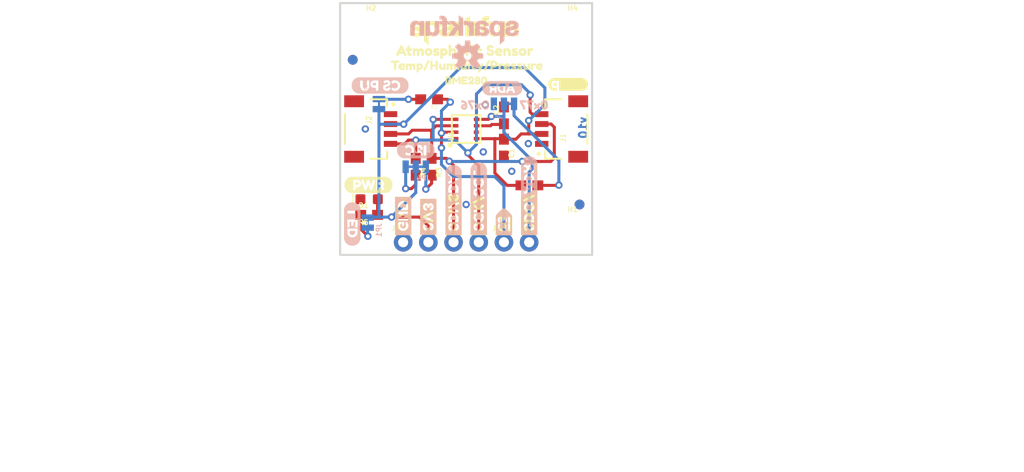
<source format=kicad_pcb>
(kicad_pcb (version 20211014) (generator pcbnew)
  (layers (0 "F.Cu" signal) (31 "B.Cu" signal) (34 "B.Paste" user) (35 "F.Paste" user) (36 "B.SilkS" user "B.Silkscreen") (37 "F.SilkS" user "F.Silkscreen") (38 "B.Mask" user) (39 "F.Mask" user) (44 "Edge.Cuts" user))
  (net 0 "")
  (net 1 "GND")
  (net 2 "SCK/SCL")
  (net 3 "SDI/SDA")
  (net 4 "3.3V")
  (net 5 "N$4")
  (net 6 "N$5")
  (net 7 "SDO/ADR")
  (net 8 "~{CS}")
  (net 9 "N$6")
  (net 10 "N$2")
  (net 11 "N$3")
  (net 12 "N$7")
  (footprint "boardEagle:0603" (layer "F.Cu") (at 152.3111 106.8832 -90)
    (fp_text reference "C1" (at 0 -0.762 90) (layer "F.SilkS") (effects (font (size 0.512064 0.512064) (thickness 0.097536)) (justify right)))
    (fp_text value "0.1uF")
    (pad "1" smd rect (at -0.85 0 270) (size 1.1 1) (layers "F.Cu" "F.Paste" "F.Mask") (net 4 "3.3V"))
    (pad "2" smd rect (at 0.85 0 270) (size 1.1 1) (layers "F.Cu" "F.Paste" "F.Mask") (net 1 "GND"))
  )
  (footprint "boardEagle:0603" (layer "F.Cu") (at 144.7673 102.0064 180)
    (fp_text reference "R1" (at -0.889 -0.762) (layer "F.SilkS") (effects (font (size 0.367386 0.367386) (thickness 0.039014)) (justify right)))
    (fp_text value "4.7k")
    (pad "1" smd rect (at -0.85 0 180) (size 1.1 1) (layers "F.Cu" "F.Paste" "F.Mask") (net 8 "~{CS}"))
    (pad "2" smd rect (at 0.85 0 180) (size 1.1 1) (layers "F.Cu" "F.Paste" "F.Mask") (net 9 "N$6"))
  )
  (footprint "boardEagle:SCL6" (layer "F.Cu") (at 149.7711 116.205 90)
    (fp_text reference "U$6" hide)
    (fp_text value "" hide)
  )
  (footprint "boardEagle:GND3" (layer "F.Cu") (at 142.1511 116.205 90)
    (fp_text reference "U$4" hide)
    (fp_text value "" hide)
  )
  (footprint "boardEagle:JST04_1MM_RA" (layer "F.Cu") (at 140.8811 105.0036 -90)
    (fp_text reference "J2" (at -1.397 2.159 90) (layer "F.SilkS") (effects (font (size 0.512064 0.512064) (thickness 0.097536)) (justify right)))
    (fp_text value "QWIIC")
    (pad "1" smd rect (at -1.5 0 270) (size 0.6 1.35) (layers "F.Cu" "F.Paste" "F.Mask") (net 1 "GND"))
    (pad "2" smd rect (at -0.5 0 270) (size 0.6 1.35) (layers "F.Cu" "F.Paste" "F.Mask") (net 4 "3.3V"))
    (pad "3" smd rect (at 0.5 0 270) (size 0.6 1.35) (layers "F.Cu" "F.Paste" "F.Mask") (net 3 "SDI/SDA"))
    (pad "4" smd rect (at 1.5 0 270) (size 0.6 1.35) (layers "F.Cu" "F.Paste" "F.Mask") (net 2 "SCK/SCL"))
    (pad "NC1" smd rect (at 2.8 3.675 270) (size 1.2 2) (layers "F.Cu" "F.Paste" "F.Mask"))
    (pad "NC2" smd rect (at -2.8 3.675 270) (size 1.2 2) (layers "F.Cu" "F.Paste" "F.Mask"))
  )
  (footprint "boardEagle:0603" (layer "F.Cu") (at 143.4211 108.8136 -90)
    (fp_text reference "R4" (at 0 -0.762 90) (layer "F.SilkS") (effects (font (size 0.512064 0.512064) (thickness 0.097536)) (justify right)))
    (fp_text value "4.7k")
    (pad "1" smd rect (at -0.85 0 270) (size 1.1 1) (layers "F.Cu" "F.Paste" "F.Mask") (net 2 "SCK/SCL"))
    (pad "2" smd rect (at 0.85 0 270) (size 1.1 1) (layers "F.Cu" "F.Paste" "F.Mask") (net 6 "N$5"))
  )
  (footprint "boardEagle:0603" (layer "F.Cu") (at 152.3111 103.632 90)
    (fp_text reference "C2" (at 0 -0.762 90) (layer "F.SilkS") (effects (font (size 0.512064 0.512064) (thickness 0.097536)) (justify left)))
    (fp_text value "0.1uF")
    (pad "1" smd rect (at -0.85 0 90) (size 1.1 1) (layers "F.Cu" "F.Paste" "F.Mask") (net 4 "3.3V"))
    (pad "2" smd rect (at 0.85 0 90) (size 1.1 1) (layers "F.Cu" "F.Paste" "F.Mask") (net 1 "GND"))
  )
  (footprint "boardEagle:0603" (layer "F.Cu") (at 154.8765 110.6932 180)
    (fp_text reference "R2" (at -0.889 -0.762) (layer "F.SilkS") (effects (font (size 0.367386 0.367386) (thickness 0.039014)) (justify right)))
    (fp_text value "4.7k")
    (pad "1" smd rect (at -0.85 0 180) (size 1.1 1) (layers "F.Cu" "F.Paste" "F.Mask") (net 10 "N$2"))
    (pad "2" smd rect (at 0.85 0 180) (size 1.1 1) (layers "F.Cu" "F.Paste" "F.Mask") (net 4 "3.3V"))
  )
  (footprint "boardEagle:BME2804" (layer "F.Cu") (at 145.6817 100.1014)
    (fp_text reference "U$15" hide)
    (fp_text value "" hide)
  )
  (footprint "boardEagle:FIDUCIAL-1X2" (layer "F.Cu") (at 137.0711 98.0186)
    (fp_text reference "FD1" hide)
    (fp_text value "FIDUCIAL1X2" hide)
    (pad "1" smd roundrect (at 0 0) (size 1 1) (layers "F.Cu" "F.Mask") (roundrect_rratio 0.5))
  )
  (footprint "boardEagle:TEMP#HUMIDITY#PRESSURE0" (layer "F.Cu") (at 140.0937 98.5774)
    (fp_text reference "U$23" hide)
    (fp_text value "" hide)
  )
  (footprint "boardEagle:ADR8" (layer "F.Cu") (at 154.8511 116.205 90)
    (fp_text reference "U$3" hide)
    (fp_text value "" hide)
  )
  (footprint "boardEagle:0603" (layer "F.Cu") (at 145.0213 108.8136 -90)
    (fp_text reference "R3" (at 0 -0.762 90) (layer "F.SilkS") (effects (font (size 0.512064 0.512064) (thickness 0.097536)) (justify right)))
    (fp_text value "4.7k")
    (pad "1" smd rect (at -0.85 0 270) (size 1.1 1) (layers "F.Cu" "F.Paste" "F.Mask") (net 3 "SDI/SDA"))
    (pad "2" smd rect (at 0.85 0 270) (size 1.1 1) (layers "F.Cu" "F.Paste" "F.Mask") (net 5 "N$4"))
  )
  (footprint "boardEagle:QWIIC_4MM" (layer "F.Cu") (at 158.7881 100.5078)
    (fp_text reference "U$16" hide)
    (fp_text value "" hide)
  )
  (footprint "boardEagle:SDA5" (layer "F.Cu") (at 147.2311 116.205 90)
    (fp_text reference "U$5" hide)
    (fp_text value "" hide)
  )
  (footprint "boardEagle:1X02_NO_SILK" (layer "F.Cu") (at 152.3111 116.4336)
    (fp_text reference "J4" (at -1.27 -1.397) (layer "F.SilkS") (effects (font (size 0.512064 0.512064) (thickness 0.097536)) (justify left)))
    (fp_text value "")
    (pad "1" thru_hole circle (at 0 0 90) (size 1.8796 1.8796) (drill 1.016) (layers *.Cu *.Mask) (net 8 "~{CS}"))
    (pad "2" thru_hole circle (at 2.54 0 90) (size 1.8796 1.8796) (drill 1.016) (layers *.Cu *.Mask) (net 7 "SDO/ADR"))
  )
  (footprint "boardEagle:1X04_NO_SILK" (layer "F.Cu") (at 142.1511 116.4336)
    (fp_text reference "J3" (at -1.27 -1.397) (layer "F.SilkS") (effects (font (size 0.512064 0.512064) (thickness 0.097536)) (justify left)))
    (fp_text value "PTH")
    (pad "1" thru_hole circle (at 0 0 90) (size 1.8796 1.8796) (drill 1.016) (layers *.Cu *.Mask) (net 1 "GND"))
    (pad "2" thru_hole circle (at 2.54 0 90) (size 1.8796 1.8796) (drill 1.016) (layers *.Cu *.Mask) (net 4 "3.3V"))
    (pad "3" thru_hole circle (at 5.08 0 90) (size 1.8796 1.8796) (drill 1.016) (layers *.Cu *.Mask) (net 3 "SDI/SDA"))
    (pad "4" thru_hole circle (at 7.62 0 90) (size 1.8796 1.8796) (drill 1.016) (layers *.Cu *.Mask) (net 2 "SCK/SCL"))
  )
  (footprint "boardEagle:3V34" (layer "F.Cu") (at 144.6911 116.205 90)
    (fp_text reference "U$2" hide)
    (fp_text value "" hide)
  )
  (footprint "boardEagle:STAND-OFF" (layer "F.Cu") (at 158.6611 115.1636)
    (fp_text reference "H1" (at 0 -2.032) (layer "F.SilkS") (effects (font (size 0.512064 0.512064) (thickness 0.097536)) (justify left)))
    (fp_text value "STAND-OFF")
    (pad "" np_thru_hole circle (at 0 0) (size 3.302 3.302) (drill 3.302) (layers *.Cu *.Mask))
  )
  (footprint "boardEagle:FIDUCIAL-1X2" (layer "F.Cu") (at 159.9311 112.6236)
    (fp_text reference "FD2" hide)
    (fp_text value "FIDUCIAL1X2" hide)
    (pad "1" smd roundrect (at 0 0) (size 1 1) (layers "F.Cu" "F.Mask") (roundrect_rratio 0.5))
  )
  (footprint "boardEagle:STAND-OFF" (layer "F.Cu") (at 158.6611 94.8436)
    (fp_text reference "H4" (at 0 -2.032) (layer "F.SilkS") (effects (font (size 0.512064 0.512064) (thickness 0.097536)) (justify left)))
    (fp_text value "STAND-OFF")
    (pad "" np_thru_hole circle (at 0 0) (size 3.302 3.302) (drill 3.302) (layers *.Cu *.Mask))
  )
  (footprint "boardEagle:#CS0" (layer "F.Cu") (at 152.3111 116.4082 90)
    (fp_text reference "U$14" hide)
    (fp_text value "" hide)
  )
  (footprint "boardEagle:CREATIVE_COMMONS" (layer "F.Cu") (at 121.8311 139.2936)
    (fp_text reference "FRAME1" hide)
    (fp_text value "FRAME-LETTER" hide)
  )
  (footprint "boardEagle:0603" (layer "F.Cu") (at 138.7221 113.665 180)
    (fp_text reference "R5" (at 0 -0.762) (layer "F.SilkS") (effects (font (size 0.512064 0.512064) (thickness 0.097536)) (justify right)))
    (fp_text value "1k")
    (pad "1" smd rect (at -0.85 0 180) (size 1.1 1) (layers "F.Cu" "F.Paste" "F.Mask") (net 11 "N$3"))
    (pad "2" smd rect (at 0.85 0 180) (size 1.1 1) (layers "F.Cu" "F.Paste" "F.Mask") (net 12 "N$7"))
  )
  (footprint "boardEagle:STAND-OFF" (layer "F.Cu") (at 138.3411 94.8436)
    (fp_text reference "H2" (at 0 -2.032) (layer "F.SilkS") (effects (font (size 0.512064 0.512064) (thickness 0.097536)) (justify left)))
    (fp_text value "STAND-OFF")
    (pad "" np_thru_hole circle (at 0 0) (size 3.302 3.302) (drill 3.302) (layers *.Cu *.Mask))
  )
  (footprint "boardEagle:LGA-8-2.5X2.5" (layer "F.Cu") (at 148.5011 105.0036 90)
    (fp_text reference "U1" (at -1.27 -1.524 90) (layer "F.SilkS") (effects (font (size 0.512064 0.512064) (thickness 0.097536)) (justify left)))
    (fp_text value "BME280")
    (pad "1" smd rect (at -0.975 -1.025 180) (size 0.5 0.35) (layers "F.Cu" "F.Paste" "F.Mask") (net 1 "GND"))
    (pad "2" smd rect (at -0.325 -1.025 180) (size 0.5 0.35) (layers "F.Cu" "F.Paste" "F.Mask") (net 8 "~{CS}"))
    (pad "3" smd rect (at 0.325 -1.025 180) (size 0.5 0.35) (layers "F.Cu" "F.Paste" "F.Mask") (net 3 "SDI/SDA"))
    (pad "4" smd rect (at 0.975 -1.025 180) (size 0.5 0.35) (layers "F.Cu" "F.Paste" "F.Mask") (net 2 "SCK/SCL"))
    (pad "5" smd rect (at 0.975 1.025 180) (size 0.5 0.35) (layers "F.Cu" "F.Paste" "F.Mask") (net 7 "SDO/ADR"))
    (pad "6" smd rect (at 0.325 1.025 180) (size 0.5 0.35) (layers "F.Cu" "F.Paste" "F.Mask") (net 4 "3.3V"))
    (pad "7" smd rect (at -0.325 1.025 180) (size 0.5 0.35) (layers "F.Cu" "F.Paste" "F.Mask") (net 1 "GND"))
    (pad "8" smd rect (at -0.975 1.025 180) (size 0.5 0.35) (layers "F.Cu" "F.Paste" "F.Mask") (net 4 "3.3V"))
  )
  (footprint "boardEagle:JST04_1MM_RA" (layer "F.Cu") (at 156.1211 105.0036 90)
    (fp_text reference "J1" (at -1.397 2.159 90) (layer "F.SilkS") (effects (font (size 0.512064 0.512064) (thickness 0.097536)) (justify left)))
    (fp_text value "QWIIC")
    (pad "1" smd rect (at -1.5 0 90) (size 0.6 1.35) (layers "F.Cu" "F.Paste" "F.Mask") (net 1 "GND"))
    (pad "2" smd rect (at -0.5 0 90) (size 0.6 1.35) (layers "F.Cu" "F.Paste" "F.Mask") (net 4 "3.3V"))
    (pad "3" smd rect (at 0.5 0 90) (size 0.6 1.35) (layers "F.Cu" "F.Paste" "F.Mask") (net 3 "SDI/SDA"))
    (pad "4" smd rect (at 1.5 0 90) (size 0.6 1.35) (layers "F.Cu" "F.Paste" "F.Mask") (net 2 "SCK/SCL"))
    (pad "NC1" smd rect (at 2.8 3.675 90) (size 1.2 2) (layers "F.Cu" "F.Paste" "F.Mask"))
    (pad "NC2" smd rect (at -2.8 3.675 90) (size 1.2 2) (layers "F.Cu" "F.Paste" "F.Mask"))
  )
  (footprint "boardEagle:PWR0" (layer "F.Cu") (at 136.1567 110.6424)
    (fp_text reference "U$13" hide)
    (fp_text value "" hide)
  )
  (footprint "boardEagle:LED-0603" (layer "F.Cu") (at 138.7221 112.0902 180)
    (fp_text reference "D1" (at 0 -0.635) (layer "F.SilkS") (effects (font (size 0.512064 0.512064) (thickness 0.097536)) (justify right)))
    (fp_text value "RED")
    (pad "A" smd roundrect (at -0.877 0 90) (size 1 1) (layers "F.Cu" "F.Paste" "F.Mask") (roundrect_rratio 0.15) (net 11 "N$3"))
    (pad "C" smd roundrect (at 0.877 0 90) (size 1 1) (layers "F.Cu" "F.Paste" "F.Mask") (roundrect_rratio 0.15) (net 1 "GND"))
  )
  (footprint "boardEagle:ATMOSPHERIC_SENSOR0" (layer "F.Cu") (at 140.5255 97.0788)
    (fp_text reference "U$17" hide)
    (fp_text value "" hide)
  )
  (footprint "boardEagle:SFE_LOGO_NAME_.1" (layer "F.Cu") (at 148.2979 95.05315)
    (fp_text reference "LOGO1" hide)
    (fp_text value "SFE_LOGO_NAME.1_INCH" hide)
  )
  (footprint "boardEagle:SCK#SCL10" (layer "B.Cu") (at 149.7711 116.205 90)
    (fp_text reference "U$11" hide)
    (fp_text value "" hide)
  )
  (footprint "boardEagle:GND3" (layer "B.Cu") (at 142.1511 116.205 90)
    (fp_text reference "U$8" hide)
    (fp_text value "" hide)
  )
  (footprint "boardEagle:ADR2" (layer "B.Cu") (at 154.2669 100.8888 180)
    (fp_text reference "U$18" hide)
    (fp_text value "" hide)
  )
  (footprint "boardEagle:SDO#ADR9" (layer "B.Cu") (at 154.8511 116.205 90)
    (fp_text reference "U$10" hide)
    (fp_text value "" hide)
  )
  (footprint "boardEagle:0X771" (layer "B.Cu") (at 157.5689 102.5652 180)
    (fp_text reference "U$19" hide)
    (fp_text value "" hide)
  )
  (footprint "boardEagle:#CS0" (layer "B.Cu") (at 152.3111 116.4082 90)
    (fp_text reference "U$24" hide)
    (fp_text value "" hide)
  )
  (footprint "boardEagle:0X760" (layer "B.Cu") (at 151.6253 102.5652 180)
    (fp_text reference "U$20" hide)
    (fp_text value "" hide)
  )
  (footprint "boardEagle:LED0" (layer "B.Cu") (at 137.0203 112.2934 -90)
    (fp_text reference "U$1" hide)
    (fp_text value "" hide)
  )
  (footprint "boardEagle:SDI#SDA11" (layer "B.Cu") (at 147.2311 116.205 90)
    (fp_text reference "U$9" hide)
    (fp_text value "" hide)
  )
  (footprint "boardEagle:SMT-JUMPER_3_2-NC_TRACE_NO-SILK" (layer "B.Cu") (at 143.4211 108.8136)
    (fp_text reference "JP4" (at 0 1.143) (layer "B.SilkS") (effects (font (size 0.512064 0.512064) (thickness 0.097536)) (justify right mirror)))
    (fp_text value "")
    (fp_poly (pts (xy 0.3048 -0.127) (xy 0.7112 -0.127) (xy 0.7112 0.127) (xy 0.3048 0.127)) (layer "B.Cu") (width 0) (fill solid))
    (fp_poly (pts (xy -0.7112 -0.127) (xy -0.3048 -0.127) (xy -0.3048 0.127) (xy -0.7112 0.127)) (layer "B.Cu") (width 0) (fill solid))
    (pad "1" smd rect (at -1.016 0) (size 0.635 1.27) (layers "B.Cu" "B.Mask") (net 6 "N$5"))
    (pad "2" smd rect (at 0 0) (size 0.635 1.27) (layers "B.Cu" "B.Mask") (net 4 "3.3V"))
    (pad "3" smd rect (at 1.016 0) (size 0.635 1.27) (layers "B.Cu" "B.Mask") (net 5 "N$4"))
  )
  (footprint "boardEagle:SMT-JUMPER_3_1-NC_TRACE_NO-SILK" (layer "B.Cu") (at 152.3111 102.4636)
    (fp_text reference "JP3" (at -1.27 1.27) (layer "B.SilkS") (effects (font (size 0.367386 0.367386) (thickness 0.039014)) (justify right mirror)))
    (fp_text value "EN ADR PU")
    (fp_poly (pts (xy 0.3048 -0.127) (xy 0.7112 -0.127) (xy 0.7112 0.127) (xy 0.3048 0.127)) (layer "B.Cu") (width 0) (fill solid))
    (pad "1" smd rect (at -1.016 0) (size 0.635 1.27) (layers "B.Cu" "B.Mask") (net 1 "GND"))
    (pad "2" smd rect (at 0 0) (size 0.635 1.27) (layers "B.Cu" "B.Mask") (net 7 "SDO/ADR"))
    (pad "3" smd rect (at 1.016 0) (size 0.635 1.27) (layers "B.Cu" "B.Mask") (net 10 "N$2"))
  )
  (footprint "boardEagle:I2C0" (layer "B.Cu") (at 145.4531 107.1372 180)
    (fp_text reference "U$22" hide)
    (fp_text value "" hide)
  )
  (footprint "boardEagle:FIDUCIAL-1X2" (layer "B.Cu") (at 137.0711 98.0186 180)
    (fp_text reference "FD4" hide)
    (fp_text value "FIDUCIAL1X2" hide)
    (pad "1" smd roundrect (at 0 0 180) (size 1 1) (layers "B.Cu" "B.Mask") (roundrect_rratio 0.5))
  )
  (footprint "boardEagle:SMT-JUMPER_2_NC_TRACE_NO-SILK" (layer "B.Cu") (at 138.5697 114.4524 90)
    (fp_text reference "JP1" (at 0 1.143 90) (layer "B.SilkS") (effects (font (size 0.512064 0.512064) (thickness 0.097536)) (justify left mirror)))
    (fp_text value "")
    (fp_poly (pts (xy -0.2032 -0.127) (xy 0.2032 -0.127) (xy 0.2032 0.127) (xy -0.2032 0.127)) (layer "B.Cu") (width 0) (fill solid))
    (pad "1" smd rect (at -0.508 0 90) (size 0.635 1.27) (layers "B.Cu" "B.Mask") (net 12 "N$7"))
    (pad "2" smd rect (at 0.508 0 90) (size 0.635 1.27) (layers "B.Cu" "B.Mask") (net 4 "3.3V"))
  )
  (footprint "boardEagle:SFE_LOGO_NAME_.1@1" (layer "B.Cu") (at 154.2923 96.90735 180)
    (fp_text reference "LOGO3" hide)
    (fp_text value "SFE_LOGO_NAME.1_INCH" hide)
  )
  (footprint "boardEagle:CS_PU1" (layer "B.Cu") (at 142.8115 100.6094 180)
    (fp_text reference "U$21" hide)
    (fp_text value "" hide)
  )
  (footprint "boardEagle:FIDUCIAL-1X2" (layer "B.Cu") (at 159.9311 112.6236 180)
    (fp_text reference "FD3" hide)
    (fp_text value "FIDUCIAL1X2" hide)
    (pad "1" smd roundrect (at 0 0 180) (size 1 1) (layers "B.Cu" "B.Mask") (roundrect_rratio 0.5))
  )
  (footprint "boardEagle:PAD-JUMPER-2-NC_BY_TRACE_NO_SILK" (layer "B.Cu") (at 139.7127 102.489 -90)
    (fp_text reference "JP2" (at -0.9525 1.27 -270) (layer "B.SilkS") (effects (font (size 0.376489 0.376489) (thickness 0.029911)) (justify right mirror)))
    (fp_text value "EN I2C MODE")
    (fp_line (start -0.381 0) (end 0.381 0) (layer "B.Cu") (width 0.2032))
    (pad "1" smd rect (at -0.508 0 270) (size 0.635 1.27) (layers "B.Cu" "B.Mask") (net 9 "N$6"))
    (pad "2" smd rect (at 0.508 0 270) (size 0.635 1.27) (layers "B.Cu" "B.Mask") (net 4 "3.3V"))
  )
  (footprint "boardEagle:OSHW-LOGO-S" (layer "B.Cu") (at 148.6535 97.6376 180)
    (fp_text reference "LOGO4" hide)
    (fp_text value "OSHW-LOGOS" hide)
  )
  (footprint "boardEagle:3V34" (layer "B.Cu") (at 144.6911 116.205 90)
    (fp_text reference "U$7" hide)
    (fp_text value "" hide)
  )
  (gr_line (start 135.8011 92.3036) (end 161.2011 92.3036) (layer "Edge.Cuts") (width 0.2032))
  (gr_line (start 135.8011 117.7036) (end 135.8011 92.3036) (layer "Edge.Cuts") (width 0.2032))
  (gr_line (start 161.2011 117.7036) (end 135.8011 117.7036) (layer "Edge.Cuts") (width 0.2032))
  (gr_line (start 161.2011 92.3036) (end 161.2011 117.7036) (layer "Edge.Cuts") (width 0.2032))
  (gr_text "v10" (at 160.3121 104.8766 -270) (layer "B.Cu") (effects (font (size 0.8128 0.8128) (thickness 0.2032)) (justify mirror)))
  (via (at 150.2283 107.315) (size 0.7366) (drill 0.381) (layers "F.Cu" "B.Cu") (net 1))
  (via (at 150.4315 102.5652) (size 0.7366) (drill 0.381) (layers "F.Cu" "B.Cu") (net 1))
  (via (at 138.3411 105.0036) (size 0.7366) (drill 0.381) (layers "F.Cu" "B.Cu") (net 1))
  (via (at 148.5011 112.6236) (size 0.7366) (drill 0.381) (layers "F.Cu" "B.Cu") (net 1))
  (via (at 154.7749 106.4768) (size 0.7366) (drill 0.381) (layers "F.Cu" "B.Cu") (net 1))
  (via (at 153.0985 109.2708) (size 0.7366) (drill 0.381) (layers "F.Cu" "B.Cu") (net 1))
  (segment (start 143.4211 107.9636) (end 143.4211 106.124) (width 0.3048) (layer "F.Cu") (net 2))
  (segment (start 140.8811 106.5036) (end 142.3035 106.5036) (width 0.3048) (layer "F.Cu") (net 2))
  (segment (start 149.7711 108.712) (end 148.6789 107.6198) (width 0.3048) (layer "F.Cu") (net 2))
  (segment (start 149.7711 116.4336) (end 149.7711 108.712) (width 0.3048) (layer "F.Cu") (net 2))
  (segment (start 148.6789 107.6198) (end 148.6789 107.4166) (width 0.3048) (layer "F.Cu") (net 2))
  (segment (start 145.1835 104.0286) (end 145.1737 104.0384) (width 0.3048) (layer "F.Cu") (net 2))
  (segment (start 156.1211 103.5036) (end 155.148962 103.5036) (width 0.3048) (layer "F.Cu") (net 2))
  (segment (start 155.148962 103.5036) (end 154.9527 103.307338) (width 0.3048) (layer "F.Cu") (net 2))
  (segment (start 147.4761 104.0286) (end 145.1835 104.0286) (width 0.3048) (layer "F.Cu") (net 2))
  (segment (start 143.4225 106.1226) (end 142.6845 106.1226) (width 0.3048) (layer "F.Cu") (net 2))
  (segment (start 143.4211 106.124) (end 143.4225 106.1226) (width 0.3048) (layer "F.Cu") (net 2))
  (segment (start 142.6845 106.1226) (end 142.3035 106.5036) (width 0.3048) (layer "F.Cu") (net 2))
  (segment (start 154.9527 103.307338) (end 154.9527 101.5746) (width 0.3048) (layer "F.Cu") (net 2))
  (via (at 145.1737 104.0384) (size 0.7366) (drill 0.381) (layers "F.Cu" "B.Cu") (net 2))
  (via (at 148.6789 107.4166) (size 0.7366) (drill 0.381) (layers "F.Cu" "B.Cu") (net 2))
  (via (at 143.4225 106.1226) (size 0.7366) (drill 0.381) (layers "F.Cu" "B.Cu") (net 2))
  (via (at 154.9527 101.5746) (size 0.7366) (drill 0.381) (layers "F.Cu" "B.Cu") (net 2))
  (segment (start 154.9527 101.5746) (end 154.9527 101.4222) (width 0.3048) (layer "B.Cu") (net 2))
  (segment (start 145.1737 104.0384) (end 145.1737 106.0958) (width 0.3048) (layer "B.Cu") (net 2))
  (segment (start 145.1483 106.1212) (end 143.4239 106.1212) (width 0.3048) (layer "B.Cu") (net 2))
  (segment (start 145.1737 106.0958) (end 145.1483 106.1212) (width 0.3048) (layer "B.Cu") (net 2))
  (segment (start 145.1483 106.1212) (end 147.3835 106.1212) (width 0.3048) (layer "B.Cu") (net 2))
  (segment (start 147.3835 106.1212) (end 148.6789 107.4166) (width 0.3048) (layer "B.Cu") (net 2))
  (segment (start 150.4823 100.5332) (end 149.5425 101.473) (width 0.3048) (layer "B.Cu") (net 2))
  (segment (start 149.5425 101.473) (end 149.5425 106.553) (width 0.3048) (layer "B.Cu") (net 2))
  (segment (start 143.4225 106.1226) (end 143.4239 106.1212) (width 0.3048) (layer "B.Cu") (net 2))
  (segment (start 154.0637 100.5332) (end 150.4823 100.5332) (width 0.3048) (layer "B.Cu") (net 2))
  (segment (start 149.5425 106.553) (end 148.6789 107.4166) (width 0.3048) (layer "B.Cu") (net 2))
  (segment (start 154.9527 101.4222) (end 154.0637 100.5332) (width 0.3048) (layer "B.Cu") (net 2))
  (segment (start 147.2311 108.6866) (end 147.2311 116.4336) (width 0.3048) (layer "F.Cu") (net 3))
  (segment (start 142.6925 105.5036) (end 143.068268 105.127832) (width 0.3048) (layer "F.Cu") (net 3))
  (segment (start 147.2311 108.6866) (end 146.7993 108.2548) (width 0.3048) (layer "F.Cu") (net 3))
  (segment (start 143.068268 105.127832) (end 145.0213 105.127832) (width 0.3048) (layer "F.Cu") (net 3))
  (segment (start 146.5081 107.9636) (end 146.7993 108.2548) (width 0.3048) (layer "F.Cu") (net 3))
  (segment (start 147.4761 104.6786) (end 145.470531 104.6786) (width 0.3048) (layer "F.Cu") (net 3))
  (segment (start 140.8811 105.5036) (end 142.6925 105.5036) (width 0.3048) (layer "F.Cu") (net 3))
  (segment (start 156.1211 104.5036) (end 157.0689 104.5036) (width 0.3048) (layer "F.Cu") (net 3))
  (segment (start 157.3911 107.9246) (end 157.0355 108.2802) (width 0.3048) (layer "F.Cu") (net 3))
  (segment (start 145.0213 107.9636) (end 145.0213 105.127832) (width 0.3048) (layer "F.Cu") (net 3))
  (segment (start 157.0689 104.5036) (end 157.3911 104.8258) (width 0.3048) (layer "F.Cu") (net 3))
  (segment (start 157.3911 104.8258) (end 157.3911 107.9246) (width 0.3048) (layer "F.Cu") (net 3))
  (segment (start 157.0355 108.2802) (end 154.1653 108.2802) (width 0.3048) (layer "F.Cu") (net 3))
  (segment (start 145.470531 104.6786) (end 145.0213 105.127832) (width 0.3048) (layer "F.Cu") (net 3))
  (segment (start 145.0213 107.9636) (end 146.5081 107.9636) (width 0.3048) (layer "F.Cu") (net 3))
  (via (at 154.1653 108.2802) (size 0.7366) (drill 0.381) (layers "F.Cu" "B.Cu") (net 3))
  (via (at 146.7993 108.2548) (size 0.7366) (drill 0.381) (layers "F.Cu" "B.Cu") (net 3))
  (segment (start 154.1653 108.2802) (end 146.8247 108.2802) (width 0.3048) (layer "B.Cu") (net 3))
  (segment (start 146.8247 108.2802) (end 146.7993 108.2548) (width 0.3048) (layer "B.Cu") (net 3))
  (segment (start 142.1845 104.5036) (end 142.2019 104.521) (width 0.3048) (layer "F.Cu") (net 4))
  (segment (start 149.5261 105.9786) (end 151.3967 105.9786) (width 0.3048) (layer "F.Cu") (net 4))
  (segment (start 154.0265 110.6932) (end 152.6413 110.6932) (width 0.3048) (layer "F.Cu") (net 4))
  (segment (start 154.810231 105.488132) (end 154.8257 105.5036) (width 0.3048) (layer "F.Cu") (net 4))
  (segment (start 154.0463 105.5036) (end 153.5167 106.0332) (width 0.3048) (layer "F.Cu") (net 4))
  (segment (start 143.8021 113.8936) (end 144.6911 114.7826) (width 0.3048) (layer "F.Cu") (net 4))
  (segment (start 152.6413 110.6932) (end 151.3967 109.4486) (width 0.3048) (layer "F.Cu") (net 4))
  (segment (start 152.3111 104.482) (end 152.2467 104.5464) (width 0.3048) (layer "F.Cu") (net 4))
  (segment (start 152.2467 104.5464) (end 151.0919 104.5464) (width 0.3048) (layer "F.Cu") (net 4))
  (segment (start 154.8257 105.5036) (end 156.1211 105.5036) (width 0.3048) (layer "F.Cu") (net 4))
  (segment (start 144.6911 114.7826) (end 144.6911 116.4336) (width 0.3048) (layer "F.Cu") (net 4))
  (segment (start 152.2565 105.9786) (end 152.3111 106.0332) (width 0.3048) (layer "F.Cu") (net 4))
  (segment (start 151.3967 105.9786) (end 152.2565 105.9786) (width 0.3048) (layer "F.Cu") (net 4))
  (segment (start 153.5167 106.0332) (end 152.3111 106.0332) (width 0.3048) (layer "F.Cu") (net 4))
  (segment (start 151.3967 109.4486) (end 151.3967 105.9786) (width 0.3048) (layer "F.Cu") (net 4))
  (segment (start 149.5261 104.6786) (end 150.9597 104.6786) (width 0.3048) (layer "F.Cu") (net 4))
  (segment (start 151.0919 104.5464) (end 150.9597 104.6786) (width 0.3048) (layer "F.Cu") (net 4))
  (segment (start 140.8811 104.5036) (end 142.1845 104.5036) (width 0.3048) (layer "F.Cu") (net 4))
  (segment (start 152.3111 106.0332) (end 152.3111 104.482) (width 0.3048) (layer "F.Cu") (net 4))
  (segment (start 154.810231 105.488132) (end 154.810231 104.1527) (width 0.3048) (layer "F.Cu") (net 4))
  (segment (start 154.0463 105.5036) (end 154.8257 105.5036) (width 0.3048) (layer "F.Cu") (net 4))
  (segment (start 143.8021 113.8936) (end 140.9827 113.8936) (width 0.3048) (layer "F.Cu") (net 4))
  (via (at 142.2019 104.521) (size 0.7366) (drill 0.381) (layers "F.Cu" "B.Cu") (net 4))
  (via (at 154.810231 104.1527) (size 0.7366) (drill 0.381) (layers "F.Cu" "B.Cu") (net 4))
  (via (at 140.9827 113.8936) (size 0.7366) (drill 0.381) (layers "F.Cu" "B.Cu") (net 4))
  (segment (start 154.810231 104.1527) (end 156.4386 102.524332) (width 0.3048) (layer "B.Cu") (net 4))
  (segment (start 156.4386 100.8507) (end 156.4386 102.524332) (width 0.3048) (layer "B.Cu") (net 4))
  (segment (start 143.4211 111.4298) (end 140.9827 113.8682) (width 0.3048) (layer "B.Cu") (net 4))
  (segment (start 138.5697 113.9444) (end 138.6205 113.8936) (width 0.3048) (layer "B.Cu") (net 4))
  (segment (start 154.3939 98.806) (end 147.9169 98.806) (width 0.3048) (layer "B.Cu") (net 4))
  (segment (start 139.7127 102.997) (end 139.7127 104.521) (width 0.3048) (layer "B.Cu") (net 4))
  (segment (start 140.9827 113.8936) (end 139.7127 113.8936) (width 0.3048) (layer "B.Cu") (net 4))
  (segment (start 139.7127 113.8936) (end 138.6205 113.8936) (width 0.3048) (layer "B.Cu") (net 4))
  (segment (start 143.4211 108.8136) (end 143.4211 111.4298) (width 0.3048) (layer "B.Cu") (net 4))
  (segment (start 142.2019 104.521) (end 139.7127 104.521) (width 0.3048) (layer "B.Cu") (net 4))
  (segment (start 139.7127 104.521) (end 139.7127 113.8936) (width 0.3048) (layer "B.Cu") (net 4))
  (segment (start 140.9827 113.8936) (end 140.9827 113.8682) (width 0.3048) (layer "B.Cu") (net 4))
  (segment (start 156.4386 100.8507) (end 154.3939 98.806) (width 0.3048) (layer "B.Cu") (net 4))
  (segment (start 147.9169 98.806) (end 142.2019 104.521) (width 0.3048) (layer "B.Cu") (net 4))
  (segment (start 145.0213 110.49) (end 144.4371 111.0742) (width 0.3048) (layer "F.Cu") (net 5))
  (segment (start 145.0213 109.6636) (end 145.0213 110.49) (width 0.3048) (layer "F.Cu") (net 5))
  (via (at 144.4371 111.0742) (size 0.7366) (drill 0.381) (layers "F.Cu" "B.Cu") (net 5))
  (segment (start 144.4371 108.8136) (end 144.4371 111.0742) (width 0.3048) (layer "B.Cu") (net 5))
  (segment (start 143.4211 110.5916) (end 142.9893 111.0234) (width 0.3048) (layer "F.Cu") (net 6))
  (segment (start 142.9893 111.0234) (end 142.4051 111.0234) (width 0.3048) (layer "F.Cu") (net 6))
  (segment (start 143.4211 109.6636) (end 143.4211 110.5916) (width 0.3048) (layer "F.Cu") (net 6))
  (via (at 142.4051 111.0234) (size 0.7366) (drill 0.381) (layers "F.Cu" "B.Cu") (net 6))
  (segment (start 142.4051 108.8136) (end 142.4051 111.0234) (width 0.3048) (layer "B.Cu") (net 6))
  (segment (start 149.5261 104.0286) (end 150.7461 104.0286) (width 0.3048) (layer "F.Cu") (net 7))
  (segment (start 150.7461 104.0286) (end 151.0411 103.7336) (width 0.3048) (layer "F.Cu") (net 7))
  (via (at 151.0411 103.7336) (size 0.7366) (drill 0.381) (layers "F.Cu" "B.Cu") (net 7))
  (segment (start 151.0411 103.7336) (end 152.3111 103.7336) (width 0.3048) (layer "B.Cu") (net 7))
  (segment (start 155.1559 109.0422) (end 155.1559 108.204) (width 0.3048) (layer "B.Cu") (net 7))
  (segment (start 155.1559 108.204) (end 152.3111 105.3592) (width 0.3048) (layer "B.Cu") (net 7))
  (segment (start 154.8511 109.347) (end 155.1559 109.0422) (width 0.3048) (layer "B.Cu") (net 7))
  (segment (start 154.8511 116.4336) (end 154.8511 109.347) (width 0.3048) (layer "B.Cu") (net 7))
  (segment (start 152.3111 102.4636) (end 152.3111 103.7336) (width 0.3048) (layer "B.Cu") (net 7))
  (segment (start 152.3111 103.7336) (end 152.3111 105.3592) (width 0.3048) (layer "B.Cu") (net 7))
  (segment (start 146.6215 102.0064) (end 145.6173 102.0064) (width 0.3048) (layer "F.Cu") (net 8))
  (segment (start 146.0933 105.3286) (end 146.0119 105.41) (width 0.3048) (layer "F.Cu") (net 8))
  (segment (start 146.6215 102.0064) (end 146.9009 102.2858) (width 0.3048) (layer "F.Cu") (net 8))
  (segment (start 147.4761 105.3286) (end 146.0933 105.3286) (width 0.3048) (layer "F.Cu") (net 8))
  (segment (start 146.0119 105.41) (end 146.0119 106.9086) (width 0.3048) (layer "F.Cu") (net 8))
  (via (at 146.0119 105.41) (size 0.7366) (drill 0.381) (layers "F.Cu" "B.Cu") (net 8))
  (via (at 146.0119 106.9086) (size 0.7366) (drill 0.381) (layers "F.Cu" "B.Cu") (net 8))
  (via (at 146.9009 102.2858) (size 0.7366) (drill 0.381) (layers "F.Cu" "B.Cu") (net 8))
  (segment (start 146.0119 108.585) (end 146.0119 106.9086) (width 0.3048) (layer "B.Cu") (net 8))
  (segment (start 152.3111 110.744) (end 151.3713 109.8042) (width 0.3048) (layer "B.Cu") (net 8))
  (segment (start 146.0119 103.1748) (end 146.0119 105.41) (width 0.3048) (layer "B.Cu") (net 8))
  (segment (start 151.3713 109.8042) (end 147.2311 109.8042) (width 0.3048) (layer "B.Cu") (net 8))
  (segment (start 146.9009 102.2858) (end 146.0119 103.1748) (width 0.3048) (layer "B.Cu") (net 8))
  (segment (start 147.2311 109.8042) (end 146.0119 108.585) (width 0.3048) (layer "B.Cu") (net 8))
  (segment (start 152.3111 116.4336) (end 152.3111 110.744) (width 0.3048) (layer "B.Cu") (net 8))
  (segment (start 143.9173 102.0064) (end 142.6845 102.0064) (width 0.3048) (layer "F.Cu") (net 9))
  (via (at 142.6845 102.0064) (size 0.7366) (drill 0.381) (layers "F.Cu" "B.Cu") (net 9))
  (segment (start 139.7127 101.981) (end 139.7381 102.0064) (width 0.3048) (layer "B.Cu") (net 9))
  (segment (start 142.6845 102.0064) (end 139.7381 102.0064) (width 0.3048) (layer "B.Cu") (net 9))
  (segment (start 157.8229 110.6932) (end 157.8483 110.6678) (width 0.3048) (layer "F.Cu") (net 10))
  (segment (start 157.8229 110.6932) (end 155.7265 110.6932) (width 0.3048) (layer "F.Cu") (net 10))
  (via (at 157.8483 110.6678) (size 0.7366) (drill 0.381) (layers "F.Cu" "B.Cu") (net 10))
  (segment (start 153.3271 102.4636) (end 153.3271 103.6574) (width 0.3048) (layer "B.Cu") (net 10))
  (segment (start 157.8483 108.1786) (end 157.8483 110.6678) (width 0.3048) (layer "B.Cu") (net 10))
  (segment (start 153.3271 103.6574) (end 157.8483 108.1786) (width 0.3048) (layer "B.Cu") (net 10))
  (segment (start 139.5721 112.1172) (end 139.5991 112.0902) (width 0.3048) (layer "F.Cu") (net 11))
  (segment (start 139.5721 113.665) (end 139.5721 112.1172) (width 0.3048) (layer "F.Cu") (net 11))
  (segment (start 138.5951 115.824) (end 137.8721 115.101) (width 0.3048) (layer "F.Cu") (net 12))
  (segment (start 137.8721 115.101) (end 137.8721 113.665) (width 0.3048) (layer "F.Cu") (net 12))
  (via (at 138.5951 115.824) (size 0.7366) (drill 0.381) (layers "F.Cu" "B.Cu") (net 12))
  (segment (start 138.5697 114.9604) (end 138.5697 115.7986) (width 0.3048) (layer "B.Cu") (net 12))
  (segment (start 138.5697 115.7986) (end 138.5951 115.824) (width 0.3048) (layer "B.Cu") (net 12))
)
</source>
